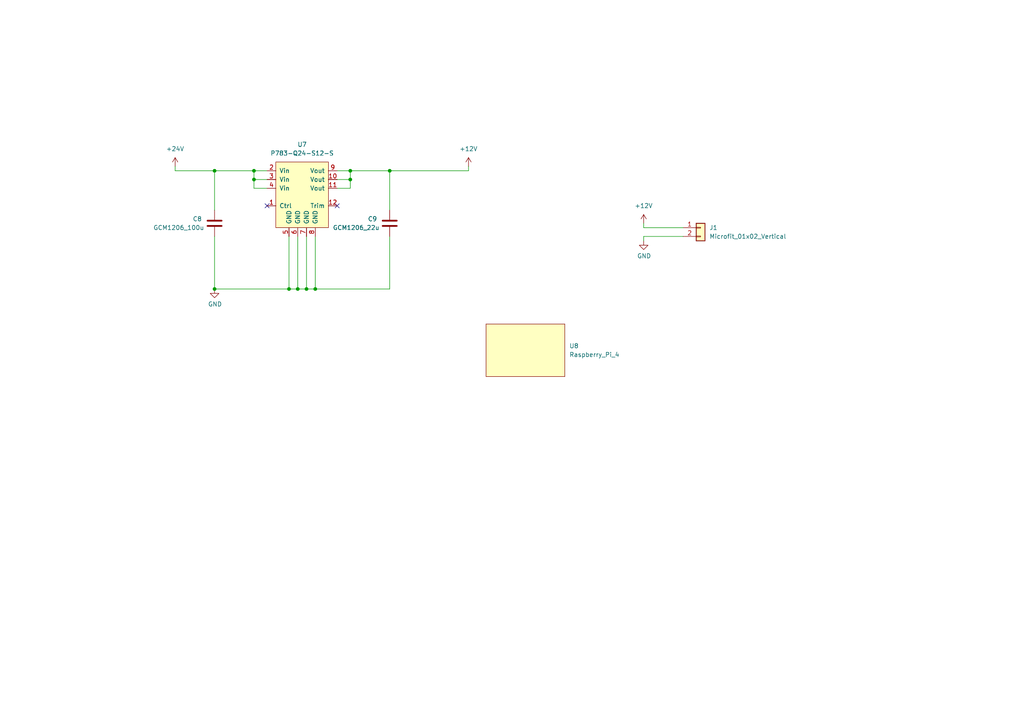
<source format=kicad_sch>
(kicad_sch (version 20211123) (generator eeschema)

  (uuid cb5a229a-be3a-4d05-a495-256cbebefceb)

  (paper "A4")

  (lib_symbols
    (symbol "UniSA_Motorsport_Capacitor:GCM1206_100u" (pin_numbers hide) (pin_names (offset 0.254)) (in_bom yes) (on_board yes)
      (property "Reference" "C" (id 0) (at 0.635 2.54 0)
        (effects (font (size 1.27 1.27)) (justify left))
      )
      (property "Value" "GCM1206_100u" (id 1) (at 0.635 -2.54 0)
        (effects (font (size 1.27 1.27)) (justify left))
      )
      (property "Footprint" "UniSA_Motorsport_Capacitor:1206" (id 2) (at 0.9652 -3.81 0)
        (effects (font (size 1.27 1.27)) hide)
      )
      (property "Datasheet" "https://au.mouser.com/datasheet/2/281/murata_03122018_GCM_Series-1310150.pdf" (id 3) (at 0 0 0)
        (effects (font (size 1.27 1.27)) hide)
      )
      (property "Voltage Rating" "50V" (id 4) (at 0 0 0)
        (effects (font (size 1.27 1.27)) hide)
      )
      (property "Capacitance" "100uF" (id 5) (at 0 0 0)
        (effects (font (size 1.27 1.27)) hide)
      )
      (property "ki_keywords" "cap capacitor" (id 6) (at 0 0 0)
        (effects (font (size 1.27 1.27)) hide)
      )
      (property "ki_description" "Unpolarized capacitor" (id 7) (at 0 0 0)
        (effects (font (size 1.27 1.27)) hide)
      )
      (property "ki_fp_filters" "C_*" (id 8) (at 0 0 0)
        (effects (font (size 1.27 1.27)) hide)
      )
      (symbol "GCM1206_100u_0_1"
        (polyline
          (pts
            (xy -2.032 -0.762)
            (xy 2.032 -0.762)
          )
          (stroke (width 0.508) (type default) (color 0 0 0 0))
          (fill (type none))
        )
        (polyline
          (pts
            (xy -2.032 0.762)
            (xy 2.032 0.762)
          )
          (stroke (width 0.508) (type default) (color 0 0 0 0))
          (fill (type none))
        )
      )
      (symbol "GCM1206_100u_1_1"
        (pin passive line (at 0 3.81 270) (length 2.794)
          (name "~" (effects (font (size 1.27 1.27))))
          (number "1" (effects (font (size 1.27 1.27))))
        )
        (pin passive line (at 0 -3.81 90) (length 2.794)
          (name "~" (effects (font (size 1.27 1.27))))
          (number "2" (effects (font (size 1.27 1.27))))
        )
      )
    )
    (symbol "UniSA_Motorsport_Capacitor:GCM1206_22u" (pin_numbers hide) (pin_names (offset 0.254)) (in_bom yes) (on_board yes)
      (property "Reference" "C" (id 0) (at 0.635 2.54 0)
        (effects (font (size 1.27 1.27)) (justify left))
      )
      (property "Value" "GCM1206_22u" (id 1) (at 0.635 -2.54 0)
        (effects (font (size 1.27 1.27)) (justify left))
      )
      (property "Footprint" "UniSA_Motorsport_Capacitor:1206" (id 2) (at 0.9652 -3.81 0)
        (effects (font (size 1.27 1.27)) hide)
      )
      (property "Datasheet" "https://au.mouser.com/datasheet/2/281/murata_03122018_GCM_Series-1310150.pdf" (id 3) (at 0 0 0)
        (effects (font (size 1.27 1.27)) hide)
      )
      (property "Voltage Rating" "16V" (id 4) (at 0 0 0)
        (effects (font (size 1.27 1.27)) hide)
      )
      (property "ki_keywords" "cap capacitor" (id 5) (at 0 0 0)
        (effects (font (size 1.27 1.27)) hide)
      )
      (property "ki_description" "Unpolarized capacitor" (id 6) (at 0 0 0)
        (effects (font (size 1.27 1.27)) hide)
      )
      (property "ki_fp_filters" "C_*" (id 7) (at 0 0 0)
        (effects (font (size 1.27 1.27)) hide)
      )
      (symbol "GCM1206_22u_0_1"
        (polyline
          (pts
            (xy -2.032 -0.762)
            (xy 2.032 -0.762)
          )
          (stroke (width 0.508) (type default) (color 0 0 0 0))
          (fill (type none))
        )
        (polyline
          (pts
            (xy -2.032 0.762)
            (xy 2.032 0.762)
          )
          (stroke (width 0.508) (type default) (color 0 0 0 0))
          (fill (type none))
        )
      )
      (symbol "GCM1206_22u_1_1"
        (pin passive line (at 0 3.81 270) (length 2.794)
          (name "~" (effects (font (size 1.27 1.27))))
          (number "1" (effects (font (size 1.27 1.27))))
        )
        (pin passive line (at 0 -3.81 90) (length 2.794)
          (name "~" (effects (font (size 1.27 1.27))))
          (number "2" (effects (font (size 1.27 1.27))))
        )
      )
    )
    (symbol "UniSA_Motorsport_Connector:Microfit_01x02_Vertical" (pin_names (offset 1.016) hide) (in_bom yes) (on_board yes)
      (property "Reference" "J" (id 0) (at 0 2.54 0)
        (effects (font (size 1.27 1.27)))
      )
      (property "Value" "Microfit_01x02_Vertical" (id 1) (at 0 -5.08 0)
        (effects (font (size 1.27 1.27)))
      )
      (property "Footprint" "UniSA_Motorsport_Connector:Molex_Micro-Fit_43650-0215_1x02_Vertical" (id 2) (at 0 0 0)
        (effects (font (size 1.27 1.27)) hide)
      )
      (property "Datasheet" "~" (id 3) (at 0 0 0)
        (effects (font (size 1.27 1.27)) hide)
      )
      (property "ki_keywords" "connector" (id 4) (at 0 0 0)
        (effects (font (size 1.27 1.27)) hide)
      )
      (property "ki_description" "Molex" (id 5) (at 0 0 0)
        (effects (font (size 1.27 1.27)) hide)
      )
      (property "ki_fp_filters" "Connector*:*_1x??_*" (id 6) (at 0 0 0)
        (effects (font (size 1.27 1.27)) hide)
      )
      (symbol "Microfit_01x02_Vertical_1_1"
        (rectangle (start -1.27 -2.413) (end 0 -2.667)
          (stroke (width 0.1524) (type default) (color 0 0 0 0))
          (fill (type none))
        )
        (rectangle (start -1.27 0.127) (end 0 -0.127)
          (stroke (width 0.1524) (type default) (color 0 0 0 0))
          (fill (type none))
        )
        (rectangle (start -1.27 1.27) (end 1.27 -3.81)
          (stroke (width 0.254) (type default) (color 0 0 0 0))
          (fill (type background))
        )
        (pin passive line (at -5.08 0 0) (length 3.81)
          (name "Pin_1" (effects (font (size 1.27 1.27))))
          (number "1" (effects (font (size 1.27 1.27))))
        )
        (pin passive line (at -5.08 -2.54 0) (length 3.81)
          (name "Pin_2" (effects (font (size 1.27 1.27))))
          (number "2" (effects (font (size 1.27 1.27))))
        )
      )
    )
    (symbol "UniSA_Motorsport_Others:P783-Q24-S12-S" (pin_names (offset 1.016)) (in_bom yes) (on_board yes)
      (property "Reference" "U" (id 0) (at 0 11.43 0)
        (effects (font (size 1.27 1.27)))
      )
      (property "Value" "P783-Q24-S12-S" (id 1) (at 0 8.89 0)
        (effects (font (size 1.27 1.27)))
      )
      (property "Footprint" "UniSA_Motorsport_Others:P783-Q24-S12-S" (id 2) (at 0 17.78 0)
        (effects (font (size 1.27 1.27)) hide)
      )
      (property "Datasheet" "https://octopart.com/p783-q24-s12-s-cui-109470232?r=sp" (id 3) (at -1.27 19.05 0)
        (effects (font (size 1.27 1.27)) hide)
      )
      (property "ki_keywords" "12V 3A Converter DC" (id 4) (at 0 0 0)
        (effects (font (size 1.27 1.27)) hide)
      )
      (property "ki_description" "24V to 12V 3A DC DC converter" (id 5) (at 0 0 0)
        (effects (font (size 1.27 1.27)) hide)
      )
      (symbol "P783-Q24-S12-S_0_1"
        (rectangle (start -6.35 7.62) (end 8.89 -11.43)
          (stroke (width 0) (type default) (color 0 0 0 0))
          (fill (type background))
        )
      )
      (symbol "P783-Q24-S12-S_1_1"
        (pin input line (at -8.89 -5.08 0) (length 2.54)
          (name "Ctrl" (effects (font (size 1.27 1.27))))
          (number "1" (effects (font (size 1.27 1.27))))
        )
        (pin output line (at 11.43 2.54 180) (length 2.54)
          (name "Vout" (effects (font (size 1.27 1.27))))
          (number "10" (effects (font (size 1.27 1.27))))
        )
        (pin output line (at 11.43 0 180) (length 2.54)
          (name "Vout" (effects (font (size 1.27 1.27))))
          (number "11" (effects (font (size 1.27 1.27))))
        )
        (pin output line (at 11.43 -5.08 180) (length 2.54)
          (name "Trim" (effects (font (size 1.27 1.27))))
          (number "12" (effects (font (size 1.27 1.27))))
        )
        (pin output line (at -8.89 5.08 0) (length 2.54)
          (name "Vin" (effects (font (size 1.27 1.27))))
          (number "2" (effects (font (size 1.27 1.27))))
        )
        (pin input line (at -8.89 2.54 0) (length 2.54)
          (name "Vin" (effects (font (size 1.27 1.27))))
          (number "3" (effects (font (size 1.27 1.27))))
        )
        (pin input line (at -8.89 0 0) (length 2.54)
          (name "Vin" (effects (font (size 1.27 1.27))))
          (number "4" (effects (font (size 1.27 1.27))))
        )
        (pin passive line (at -2.54 -13.97 90) (length 2.54)
          (name "GND" (effects (font (size 1.27 1.27))))
          (number "5" (effects (font (size 1.27 1.27))))
        )
        (pin passive line (at 0 -13.97 90) (length 2.54)
          (name "GND" (effects (font (size 1.27 1.27))))
          (number "6" (effects (font (size 1.27 1.27))))
        )
        (pin passive line (at 2.54 -13.97 90) (length 2.54)
          (name "GND" (effects (font (size 1.27 1.27))))
          (number "7" (effects (font (size 1.27 1.27))))
        )
        (pin passive line (at 5.08 -13.97 90) (length 2.54)
          (name "GND" (effects (font (size 1.27 1.27))))
          (number "8" (effects (font (size 1.27 1.27))))
        )
        (pin output line (at 11.43 5.08 180) (length 2.54)
          (name "Vout" (effects (font (size 1.27 1.27))))
          (number "9" (effects (font (size 1.27 1.27))))
        )
      )
    )
    (symbol "UniSA_Motorsport_Others:Raspberry_Pi_4" (in_bom yes) (on_board yes)
      (property "Reference" "U" (id 0) (at 0 1.27 0)
        (effects (font (size 1.27 1.27)))
      )
      (property "Value" "Raspberry_Pi_4" (id 1) (at 0 -1.27 0)
        (effects (font (size 1.27 1.27)))
      )
      (property "Footprint" "UniSA_Motorsport_Others:Raspberry PI 4" (id 2) (at 0 -3.81 0)
        (effects (font (size 1.27 1.27)) hide)
      )
      (property "Datasheet" "" (id 3) (at 0 0 0)
        (effects (font (size 1.27 1.27)) hide)
      )
      (symbol "Raspberry_Pi_4_0_1"
        (rectangle (start -11.43 7.62) (end 11.43 -7.62)
          (stroke (width 0) (type default) (color 0 0 0 0))
          (fill (type background))
        )
      )
    )
    (symbol "power:+12V" (power) (pin_names (offset 0)) (in_bom yes) (on_board yes)
      (property "Reference" "#PWR" (id 0) (at 0 -3.81 0)
        (effects (font (size 1.27 1.27)) hide)
      )
      (property "Value" "+12V" (id 1) (at 0 3.556 0)
        (effects (font (size 1.27 1.27)))
      )
      (property "Footprint" "" (id 2) (at 0 0 0)
        (effects (font (size 1.27 1.27)) hide)
      )
      (property "Datasheet" "" (id 3) (at 0 0 0)
        (effects (font (size 1.27 1.27)) hide)
      )
      (property "ki_keywords" "power-flag" (id 4) (at 0 0 0)
        (effects (font (size 1.27 1.27)) hide)
      )
      (property "ki_description" "Power symbol creates a global label with name \"+12V\"" (id 5) (at 0 0 0)
        (effects (font (size 1.27 1.27)) hide)
      )
      (symbol "+12V_0_1"
        (polyline
          (pts
            (xy -0.762 1.27)
            (xy 0 2.54)
          )
          (stroke (width 0) (type default) (color 0 0 0 0))
          (fill (type none))
        )
        (polyline
          (pts
            (xy 0 0)
            (xy 0 2.54)
          )
          (stroke (width 0) (type default) (color 0 0 0 0))
          (fill (type none))
        )
        (polyline
          (pts
            (xy 0 2.54)
            (xy 0.762 1.27)
          )
          (stroke (width 0) (type default) (color 0 0 0 0))
          (fill (type none))
        )
      )
      (symbol "+12V_1_1"
        (pin power_in line (at 0 0 90) (length 0) hide
          (name "+12V" (effects (font (size 1.27 1.27))))
          (number "1" (effects (font (size 1.27 1.27))))
        )
      )
    )
    (symbol "power:+24V" (power) (pin_names (offset 0)) (in_bom yes) (on_board yes)
      (property "Reference" "#PWR" (id 0) (at 0 -3.81 0)
        (effects (font (size 1.27 1.27)) hide)
      )
      (property "Value" "+24V" (id 1) (at 0 3.556 0)
        (effects (font (size 1.27 1.27)))
      )
      (property "Footprint" "" (id 2) (at 0 0 0)
        (effects (font (size 1.27 1.27)) hide)
      )
      (property "Datasheet" "" (id 3) (at 0 0 0)
        (effects (font (size 1.27 1.27)) hide)
      )
      (property "ki_keywords" "power-flag" (id 4) (at 0 0 0)
        (effects (font (size 1.27 1.27)) hide)
      )
      (property "ki_description" "Power symbol creates a global label with name \"+24V\"" (id 5) (at 0 0 0)
        (effects (font (size 1.27 1.27)) hide)
      )
      (symbol "+24V_0_1"
        (polyline
          (pts
            (xy -0.762 1.27)
            (xy 0 2.54)
          )
          (stroke (width 0) (type default) (color 0 0 0 0))
          (fill (type none))
        )
        (polyline
          (pts
            (xy 0 0)
            (xy 0 2.54)
          )
          (stroke (width 0) (type default) (color 0 0 0 0))
          (fill (type none))
        )
        (polyline
          (pts
            (xy 0 2.54)
            (xy 0.762 1.27)
          )
          (stroke (width 0) (type default) (color 0 0 0 0))
          (fill (type none))
        )
      )
      (symbol "+24V_1_1"
        (pin power_in line (at 0 0 90) (length 0) hide
          (name "+24V" (effects (font (size 1.27 1.27))))
          (number "1" (effects (font (size 1.27 1.27))))
        )
      )
    )
    (symbol "power:GND" (power) (pin_names (offset 0)) (in_bom yes) (on_board yes)
      (property "Reference" "#PWR" (id 0) (at 0 -6.35 0)
        (effects (font (size 1.27 1.27)) hide)
      )
      (property "Value" "GND" (id 1) (at 0 -3.81 0)
        (effects (font (size 1.27 1.27)))
      )
      (property "Footprint" "" (id 2) (at 0 0 0)
        (effects (font (size 1.27 1.27)) hide)
      )
      (property "Datasheet" "" (id 3) (at 0 0 0)
        (effects (font (size 1.27 1.27)) hide)
      )
      (property "ki_keywords" "power-flag" (id 4) (at 0 0 0)
        (effects (font (size 1.27 1.27)) hide)
      )
      (property "ki_description" "Power symbol creates a global label with name \"GND\" , ground" (id 5) (at 0 0 0)
        (effects (font (size 1.27 1.27)) hide)
      )
      (symbol "GND_0_1"
        (polyline
          (pts
            (xy 0 0)
            (xy 0 -1.27)
            (xy 1.27 -1.27)
            (xy 0 -2.54)
            (xy -1.27 -1.27)
            (xy 0 -1.27)
          )
          (stroke (width 0) (type default) (color 0 0 0 0))
          (fill (type none))
        )
      )
      (symbol "GND_1_1"
        (pin power_in line (at 0 0 270) (length 0) hide
          (name "GND" (effects (font (size 1.27 1.27))))
          (number "1" (effects (font (size 1.27 1.27))))
        )
      )
    )
  )

  (junction (at 101.6 49.53) (diameter 0) (color 0 0 0 0)
    (uuid 02f33d63-d13f-46ca-829c-3c85bc77b338)
  )
  (junction (at 86.36 83.82) (diameter 0) (color 0 0 0 0)
    (uuid 2bd4df42-6485-4b3d-9e37-9b7f1f99fef3)
  )
  (junction (at 113.03 49.53) (diameter 0) (color 0 0 0 0)
    (uuid 34d27364-9389-4d32-8f90-2d470a001e56)
  )
  (junction (at 83.82 83.82) (diameter 0) (color 0 0 0 0)
    (uuid 3615a7f0-bb3e-42d9-a25a-99ae31a875f8)
  )
  (junction (at 88.9 83.82) (diameter 0) (color 0 0 0 0)
    (uuid 56eb7402-fb81-4a66-a639-eeed61013b16)
  )
  (junction (at 62.23 83.82) (diameter 0) (color 0 0 0 0)
    (uuid 84cebae3-49c0-423f-a9e3-96326a25d843)
  )
  (junction (at 62.23 49.53) (diameter 0) (color 0 0 0 0)
    (uuid a6c917b2-0290-4b69-a625-e32d312cd306)
  )
  (junction (at 73.66 49.53) (diameter 0) (color 0 0 0 0)
    (uuid ad6a9e16-9159-4094-88a9-4b003a68e5cf)
  )
  (junction (at 73.66 52.07) (diameter 0) (color 0 0 0 0)
    (uuid e1f0b84d-3d21-4058-81eb-3ee34b152902)
  )
  (junction (at 91.44 83.82) (diameter 0) (color 0 0 0 0)
    (uuid e36ceefb-66a2-40c3-a04d-2e5609dacc96)
  )
  (junction (at 101.6 52.07) (diameter 0) (color 0 0 0 0)
    (uuid efded14e-dad7-4fd3-bc33-8cf7296ab6c0)
  )

  (no_connect (at 97.79 59.69) (uuid c87de6e6-c856-457a-8dd3-81ea38bc6887))
  (no_connect (at 77.47 59.69) (uuid c87de6e6-c856-457a-8dd3-81ea38bc6888))

  (wire (pts (xy 86.36 83.82) (xy 88.9 83.82))
    (stroke (width 0) (type default) (color 0 0 0 0))
    (uuid 059f7576-277d-4c4c-b1b4-0b5f6488142d)
  )
  (wire (pts (xy 101.6 49.53) (xy 113.03 49.53))
    (stroke (width 0) (type default) (color 0 0 0 0))
    (uuid 0d8a5b46-6a9d-450b-9d29-bf5bc5c09460)
  )
  (wire (pts (xy 101.6 52.07) (xy 101.6 49.53))
    (stroke (width 0) (type default) (color 0 0 0 0))
    (uuid 197b7143-4e06-4a85-aff3-dfceca18c472)
  )
  (wire (pts (xy 77.47 52.07) (xy 73.66 52.07))
    (stroke (width 0) (type default) (color 0 0 0 0))
    (uuid 19fb0a1a-74af-49fe-a22e-93dff3f63932)
  )
  (wire (pts (xy 113.03 49.53) (xy 113.03 60.96))
    (stroke (width 0) (type default) (color 0 0 0 0))
    (uuid 23f94b4a-db3c-4c50-b3e5-6d5a78c0b94a)
  )
  (wire (pts (xy 186.69 66.04) (xy 198.12 66.04))
    (stroke (width 0) (type default) (color 0 0 0 0))
    (uuid 24b1366f-31e9-4093-87e9-627e55b1afab)
  )
  (wire (pts (xy 97.79 54.61) (xy 101.6 54.61))
    (stroke (width 0) (type default) (color 0 0 0 0))
    (uuid 25ef0cc3-f844-464c-b4a1-f94cd241c436)
  )
  (wire (pts (xy 50.8 49.53) (xy 50.8 48.26))
    (stroke (width 0) (type default) (color 0 0 0 0))
    (uuid 2e189062-9b2a-446a-9e0c-2a7821a93374)
  )
  (wire (pts (xy 77.47 54.61) (xy 73.66 54.61))
    (stroke (width 0) (type default) (color 0 0 0 0))
    (uuid 310d8f27-0e88-4716-8265-272f3ece54eb)
  )
  (wire (pts (xy 62.23 68.58) (xy 62.23 83.82))
    (stroke (width 0) (type default) (color 0 0 0 0))
    (uuid 3b4cb956-cca7-432e-ac85-042e8653dca4)
  )
  (wire (pts (xy 97.79 49.53) (xy 101.6 49.53))
    (stroke (width 0) (type default) (color 0 0 0 0))
    (uuid 3d0490fb-dc2e-4f78-bf1e-7aa1722a7943)
  )
  (wire (pts (xy 83.82 83.82) (xy 62.23 83.82))
    (stroke (width 0) (type default) (color 0 0 0 0))
    (uuid 3d30d675-020a-4ff3-a7c2-1c1468ff84ca)
  )
  (wire (pts (xy 73.66 52.07) (xy 73.66 49.53))
    (stroke (width 0) (type default) (color 0 0 0 0))
    (uuid 4f0687b2-1513-4281-9394-5d8bc39d3966)
  )
  (wire (pts (xy 186.69 68.58) (xy 198.12 68.58))
    (stroke (width 0) (type default) (color 0 0 0 0))
    (uuid 5b079b84-f0d4-4b18-a982-b031b8b9d1f4)
  )
  (wire (pts (xy 101.6 54.61) (xy 101.6 52.07))
    (stroke (width 0) (type default) (color 0 0 0 0))
    (uuid 66b3fd91-b674-4f40-9454-0ce4a182a9d8)
  )
  (wire (pts (xy 186.69 66.04) (xy 186.69 64.77))
    (stroke (width 0) (type default) (color 0 0 0 0))
    (uuid 6e2bc76a-8dc8-4ad6-a30c-76120a9a5c83)
  )
  (wire (pts (xy 113.03 68.58) (xy 113.03 83.82))
    (stroke (width 0) (type default) (color 0 0 0 0))
    (uuid 6eecd3b7-5e99-410a-94ef-fc72c2ea16a5)
  )
  (wire (pts (xy 135.89 49.53) (xy 135.89 48.26))
    (stroke (width 0) (type default) (color 0 0 0 0))
    (uuid 7af78eca-c682-4cb8-b9fb-23e9452e6bae)
  )
  (wire (pts (xy 186.69 68.58) (xy 186.69 69.85))
    (stroke (width 0) (type default) (color 0 0 0 0))
    (uuid 8394b62e-7151-4029-8c2f-93f0c6a16327)
  )
  (wire (pts (xy 86.36 83.82) (xy 83.82 83.82))
    (stroke (width 0) (type default) (color 0 0 0 0))
    (uuid 8def7f2d-df34-4e7d-9bf6-f349320d9873)
  )
  (wire (pts (xy 83.82 68.58) (xy 83.82 83.82))
    (stroke (width 0) (type default) (color 0 0 0 0))
    (uuid 8e28386b-b06f-49cd-a252-632d4f8c9187)
  )
  (wire (pts (xy 77.47 49.53) (xy 73.66 49.53))
    (stroke (width 0) (type default) (color 0 0 0 0))
    (uuid 99c42f53-dbd2-4f26-b56a-a3ca37bc9116)
  )
  (wire (pts (xy 88.9 68.58) (xy 88.9 83.82))
    (stroke (width 0) (type default) (color 0 0 0 0))
    (uuid 9d34cd68-8fb3-4647-83ca-615ee7c05a70)
  )
  (wire (pts (xy 73.66 49.53) (xy 62.23 49.53))
    (stroke (width 0) (type default) (color 0 0 0 0))
    (uuid a10a603b-39df-49cb-b308-6ed4634ea2d5)
  )
  (wire (pts (xy 91.44 68.58) (xy 91.44 83.82))
    (stroke (width 0) (type default) (color 0 0 0 0))
    (uuid a31d7b96-bcf1-489e-98d0-86f6ed95dcdb)
  )
  (wire (pts (xy 62.23 49.53) (xy 62.23 60.96))
    (stroke (width 0) (type default) (color 0 0 0 0))
    (uuid a968a05e-1846-4c73-9c44-4d36bed0cf47)
  )
  (wire (pts (xy 86.36 68.58) (xy 86.36 83.82))
    (stroke (width 0) (type default) (color 0 0 0 0))
    (uuid ae2a0c73-90c2-4c1f-94c8-3562f95fff83)
  )
  (wire (pts (xy 97.79 52.07) (xy 101.6 52.07))
    (stroke (width 0) (type default) (color 0 0 0 0))
    (uuid ae9cdeb8-55ad-49ab-9e46-428827a6c5ad)
  )
  (wire (pts (xy 91.44 83.82) (xy 113.03 83.82))
    (stroke (width 0) (type default) (color 0 0 0 0))
    (uuid b37c1481-2515-4649-b154-0065c8fc3e2c)
  )
  (wire (pts (xy 113.03 49.53) (xy 135.89 49.53))
    (stroke (width 0) (type default) (color 0 0 0 0))
    (uuid d4da243b-f6cc-4819-8cc5-b3b051702531)
  )
  (wire (pts (xy 73.66 54.61) (xy 73.66 52.07))
    (stroke (width 0) (type default) (color 0 0 0 0))
    (uuid d5e53392-0403-4831-b0cf-834a447f37e6)
  )
  (wire (pts (xy 50.8 49.53) (xy 62.23 49.53))
    (stroke (width 0) (type default) (color 0 0 0 0))
    (uuid e9b71abd-7ce2-4624-9f24-6c6b23559336)
  )
  (wire (pts (xy 91.44 83.82) (xy 88.9 83.82))
    (stroke (width 0) (type default) (color 0 0 0 0))
    (uuid fcaa9bfc-5289-40b4-bb77-c02db6ec7209)
  )

  (symbol (lib_id "power:+12V") (at 186.69 64.77 0) (mirror y) (unit 1)
    (in_bom yes) (on_board yes) (fields_autoplaced)
    (uuid 1eeac628-77ac-4881-8205-efeb016f346d)
    (property "Reference" "#PWR0110" (id 0) (at 186.69 68.58 0)
      (effects (font (size 1.27 1.27)) hide)
    )
    (property "Value" "+12V" (id 1) (at 186.69 59.69 0))
    (property "Footprint" "" (id 2) (at 186.69 64.77 0)
      (effects (font (size 1.27 1.27)) hide)
    )
    (property "Datasheet" "" (id 3) (at 186.69 64.77 0)
      (effects (font (size 1.27 1.27)) hide)
    )
    (pin "1" (uuid 4e555a43-26de-4ab7-a21a-c71be308fb69))
  )

  (symbol (lib_id "UniSA_Motorsport_Others:Raspberry_Pi_4") (at 152.4 101.6 0) (unit 1)
    (in_bom yes) (on_board yes) (fields_autoplaced)
    (uuid 21d25f29-5422-4dde-9930-8411915af5f5)
    (property "Reference" "U8" (id 0) (at 165.1 100.3299 0)
      (effects (font (size 1.27 1.27)) (justify left))
    )
    (property "Value" "Raspberry_Pi_4" (id 1) (at 165.1 102.8699 0)
      (effects (font (size 1.27 1.27)) (justify left))
    )
    (property "Footprint" "UniSA_Motorsport_Others:Raspberry PI 4" (id 2) (at 152.4 105.41 0)
      (effects (font (size 1.27 1.27)) hide)
    )
    (property "Datasheet" "" (id 3) (at 152.4 101.6 0)
      (effects (font (size 1.27 1.27)) hide)
    )
  )

  (symbol (lib_id "UniSA_Motorsport_Connector:Microfit_01x02_Vertical") (at 203.2 66.04 0) (unit 1)
    (in_bom yes) (on_board yes) (fields_autoplaced)
    (uuid 2ea12ede-da3f-4833-bd1f-4a3d3154dc98)
    (property "Reference" "J1" (id 0) (at 205.74 66.0399 0)
      (effects (font (size 1.27 1.27)) (justify left))
    )
    (property "Value" "Microfit_01x02_Vertical" (id 1) (at 205.74 68.5799 0)
      (effects (font (size 1.27 1.27)) (justify left))
    )
    (property "Footprint" "UniSA_Motorsport_Connector:Molex_Micro-Fit_43650-0215_1x02_Vertical" (id 2) (at 203.2 66.04 0)
      (effects (font (size 1.27 1.27)) hide)
    )
    (property "Datasheet" "~" (id 3) (at 203.2 66.04 0)
      (effects (font (size 1.27 1.27)) hide)
    )
    (pin "1" (uuid 4f54d8d6-bd8d-4a18-9b15-268fb5e9fb4f))
    (pin "2" (uuid 1f80f22a-6364-485b-b309-63383fddeebe))
  )

  (symbol (lib_id "UniSA_Motorsport_Capacitor:GCM1206_100u") (at 62.23 64.77 0) (unit 1)
    (in_bom yes) (on_board yes)
    (uuid 3e4dd9ff-f9f1-4682-aa30-66193056b7ea)
    (property "Reference" "C8" (id 0) (at 55.88 63.5 0)
      (effects (font (size 1.27 1.27)) (justify left))
    )
    (property "Value" "GCM1206_100u" (id 1) (at 44.45 66.04 0)
      (effects (font (size 1.27 1.27)) (justify left))
    )
    (property "Footprint" "Capacitor_THT:CP_Radial_D10.0mm_P5.00mm" (id 2) (at 63.1952 68.58 0)
      (effects (font (size 1.27 1.27)) hide)
    )
    (property "Datasheet" "https://www.altronics.com.au/p/r6127-lelon-100uf-50v-pcb-low-esr-electrolytic-capacitor/?fbclid=IwAR11ftyBidXryfixU7snzrgamvXPqPPycgP8CMxZ9fF_KbGsYbI792-wp04#pkg" (id 3) (at 62.23 64.77 0)
      (effects (font (size 1.27 1.27)) hide)
    )
    (property "Voltage Rating" "50V" (id 4) (at 62.23 64.77 0)
      (effects (font (size 1.27 1.27)) hide)
    )
    (property "Capacitance" "100uF" (id 5) (at 62.23 64.77 0)
      (effects (font (size 1.27 1.27)) hide)
    )
    (pin "1" (uuid 82537614-fc33-4e39-8334-222bbd63be5d))
    (pin "2" (uuid ba4dcf79-a507-4cff-b90e-8bc5231d097c))
  )

  (symbol (lib_id "UniSA_Motorsport_Others:P783-Q24-S12-S") (at 86.36 54.61 0) (unit 1)
    (in_bom yes) (on_board yes) (fields_autoplaced)
    (uuid 4f4cf2e9-057f-4e8f-b457-b1174ea8921e)
    (property "Reference" "U7" (id 0) (at 87.63 41.91 0))
    (property "Value" "P783-Q24-S12-S" (id 1) (at 87.63 44.45 0))
    (property "Footprint" "UniSA_Motorsport_Others:P783-Q24-S12-S" (id 2) (at 86.36 36.83 0)
      (effects (font (size 1.27 1.27)) hide)
    )
    (property "Datasheet" "https://octopart.com/p783-q24-s12-s-cui-109470232?r=sp" (id 3) (at 85.09 35.56 0)
      (effects (font (size 1.27 1.27)) hide)
    )
    (pin "1" (uuid 82373e09-a8fc-4fed-af95-21e1f5ee5997))
    (pin "10" (uuid b68dfbcf-7adf-4904-b3d6-d54343963d2e))
    (pin "11" (uuid b15e62b1-3231-4f96-bbaa-b20bcc420523))
    (pin "12" (uuid 637a3c74-d82a-4ee9-a888-5193be099158))
    (pin "2" (uuid 5c3df169-f63d-43b2-825b-08eef557b8ac))
    (pin "3" (uuid 90675878-bae3-45a7-a6aa-7ecec36ff0bf))
    (pin "4" (uuid baa191a6-e0cf-4ea9-bb43-f02645635b27))
    (pin "5" (uuid 56217dfe-4f9f-43a7-837b-d9b3e4f1c7f8))
    (pin "6" (uuid b2b55cb5-171a-4d0d-9ced-d127c3a8b299))
    (pin "7" (uuid 4ad2fa85-0f55-4a43-9563-d1e380b0417b))
    (pin "8" (uuid 34762297-a4d2-4564-94a5-6bed80fa73f9))
    (pin "9" (uuid e5581557-fc42-4829-b203-3897ac5ecd38))
  )

  (symbol (lib_id "power:GND") (at 62.23 83.82 0) (unit 1)
    (in_bom yes) (on_board yes)
    (uuid 6b0bd4a3-a2d8-4f52-bfa8-4b9f8b7b9b5d)
    (property "Reference" "#PWR0113" (id 0) (at 62.23 90.17 0)
      (effects (font (size 1.27 1.27)) hide)
    )
    (property "Value" "GND" (id 1) (at 62.357 88.2142 0))
    (property "Footprint" "" (id 2) (at 62.23 83.82 0)
      (effects (font (size 1.27 1.27)) hide)
    )
    (property "Datasheet" "" (id 3) (at 62.23 83.82 0)
      (effects (font (size 1.27 1.27)) hide)
    )
    (pin "1" (uuid ff7a5b3a-4a9b-4cff-a625-a972ff102bd7))
  )

  (symbol (lib_id "UniSA_Motorsport_Capacitor:GCM1206_22u") (at 113.03 64.77 0) (unit 1)
    (in_bom yes) (on_board yes)
    (uuid 759580c8-3df0-4276-9258-133e0451a82b)
    (property "Reference" "C9" (id 0) (at 106.68 63.5 0)
      (effects (font (size 1.27 1.27)) (justify left))
    )
    (property "Value" "GCM1206_22u" (id 1) (at 96.52 66.04 0)
      (effects (font (size 1.27 1.27)) (justify left))
    )
    (property "Footprint" "UniSA_Motorsport_Capacitor:1206" (id 2) (at 113.9952 68.58 0)
      (effects (font (size 1.27 1.27)) hide)
    )
    (property "Datasheet" "https://au.mouser.com/datasheet/2/281/murata_03122018_GCM_Series-1310150.pdf" (id 3) (at 113.03 64.77 0)
      (effects (font (size 1.27 1.27)) hide)
    )
    (property "Voltage Rating" "25V" (id 4) (at 113.03 64.77 0)
      (effects (font (size 1.27 1.27)) hide)
    )
    (property "Capacitance" "22uF" (id 5) (at 113.03 64.77 0)
      (effects (font (size 1.27 1.27)) hide)
    )
    (pin "1" (uuid 03f39449-1a94-47c3-bb40-a66df8b98163))
    (pin "2" (uuid 19f40cb0-eb07-4188-94e7-f0e5848d7f58))
  )

  (symbol (lib_id "power:GND") (at 186.69 69.85 0) (unit 1)
    (in_bom yes) (on_board yes)
    (uuid e3aca36c-14da-4b18-b690-cddae40276af)
    (property "Reference" "#PWR0111" (id 0) (at 186.69 76.2 0)
      (effects (font (size 1.27 1.27)) hide)
    )
    (property "Value" "GND" (id 1) (at 186.817 74.2442 0))
    (property "Footprint" "" (id 2) (at 186.69 69.85 0)
      (effects (font (size 1.27 1.27)) hide)
    )
    (property "Datasheet" "" (id 3) (at 186.69 69.85 0)
      (effects (font (size 1.27 1.27)) hide)
    )
    (pin "1" (uuid b733768f-96b4-4a84-b9f3-464a7d2ca54e))
  )

  (symbol (lib_id "power:+24V") (at 50.8 48.26 0) (unit 1)
    (in_bom yes) (on_board yes) (fields_autoplaced)
    (uuid e6679915-5dd3-4c9a-b5e7-c6ca5d30616b)
    (property "Reference" "#PWR0112" (id 0) (at 50.8 52.07 0)
      (effects (font (size 1.27 1.27)) hide)
    )
    (property "Value" "+24V" (id 1) (at 50.8 43.18 0))
    (property "Footprint" "" (id 2) (at 50.8 48.26 0)
      (effects (font (size 1.27 1.27)) hide)
    )
    (property "Datasheet" "" (id 3) (at 50.8 48.26 0)
      (effects (font (size 1.27 1.27)) hide)
    )
    (pin "1" (uuid 85375606-3a51-4d98-9cbc-4b0bc894f67e))
  )

  (symbol (lib_id "power:+12V") (at 135.89 48.26 0) (unit 1)
    (in_bom yes) (on_board yes) (fields_autoplaced)
    (uuid f290497a-eab0-4086-acee-673e781584e4)
    (property "Reference" "#PWR0109" (id 0) (at 135.89 52.07 0)
      (effects (font (size 1.27 1.27)) hide)
    )
    (property "Value" "+12V" (id 1) (at 135.89 43.18 0))
    (property "Footprint" "" (id 2) (at 135.89 48.26 0)
      (effects (font (size 1.27 1.27)) hide)
    )
    (property "Datasheet" "" (id 3) (at 135.89 48.26 0)
      (effects (font (size 1.27 1.27)) hide)
    )
    (pin "1" (uuid 4d497c46-db91-46f8-b243-ec1686448c4f))
  )
)

</source>
